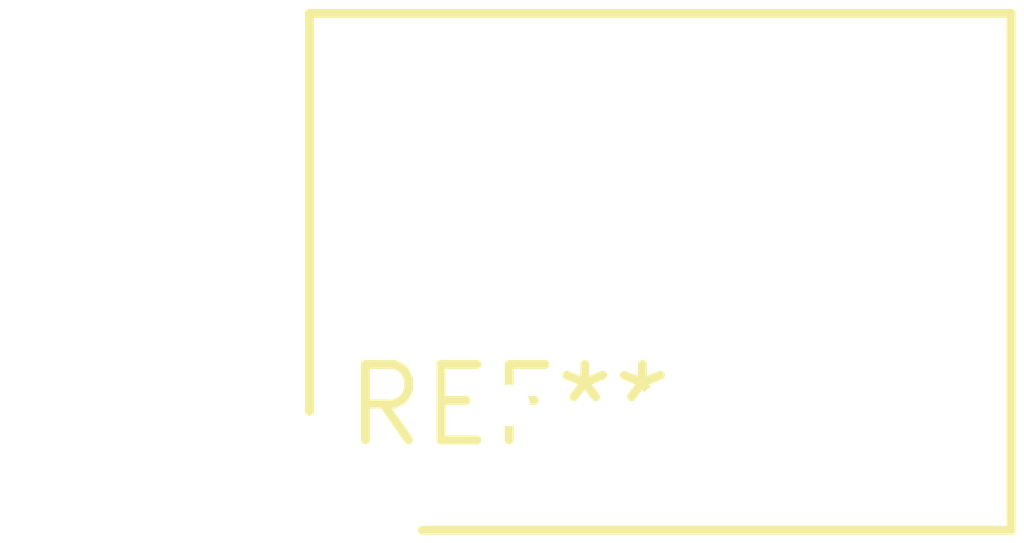
<source format=kicad_pcb>
(kicad_pcb (version 20240108) (generator pcbnew)
  (layers (0 "F.Cu" signal) (31 "B.Cu" signal) (34 "B.Paste" user) (35 "F.Paste" user) (36 "B.SilkS" user "B.Silkscreen") (37 "F.SilkS" user "F.Silkscreen") (38 "B.Mask" user) (39 "F.Mask" user) (44 "Edge.Cuts" user))
  (net 0 "")
  (footprint "SIP3_11.6x8.5mm" (layer "F.Cu") (at 0 0)
    (property "Reference" "REF**")
    (property "Value" "SIP3_11.6x8.5mm")
    (fp_line (start -3.36 -6.6) (end 8.44 -6.6) (layer "F.SilkS") (stroke (width 0.15)))
    (fp_line (start -3.36 0.1) (end -3.36 -6.6) (layer "F.SilkS") (stroke (width 0.15)))
    (fp_line (start -1.46 2.1) (end 8.44 2.1) (layer "F.SilkS") (stroke (width 0.15)))
    (fp_line (start 8.44 -6.6) (end 8.44 2.1) (layer "F.SilkS") (stroke (width 0.15)))
    (pad "1" thru_hole rect (at 0 0 270) (size 1.3 1.3) (drill 0.7) (layers *.Cu *.Mask) (remove_unused_layers))
    (pad "2" thru_hole circle (at 2.54 0 180) (size 1.3 1.3) (drill 0.7) (layers *.Cu *.Mask) (remove_unused_layers))
    (pad "3" thru_hole circle (at 5.08 0 270) (size 1.3 1.3) (drill 0.7) (layers *.Cu *.Mask) (remove_unused_layers))
  )
)
</source>
